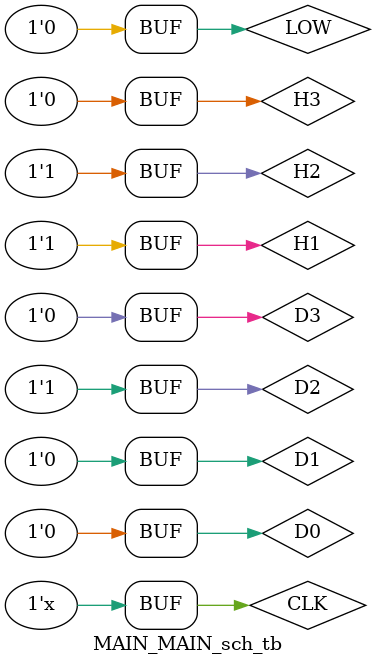
<source format=v>

`timescale 1ns / 1ps

module MAIN_MAIN_sch_tb();

// Inputs
   reg H3;
   reg H2;
   reg H1;
   reg LOW;
   reg D3;
   reg D2;
   reg D1;
   reg D0;
   reg CLK;

// Output
   wire A_OUT;
   wire AA_OUT;
   wire B_OUT;
   wire CC_OUT;
   wire C_OUT;
   wire BB_OUT;

// Bidirs

// Instantiate the UUT
   MAIN UUT (
		.H3(H3), 
		.H2(H2), 
		.H1(H1), 
		.A_OUT(A_OUT), 
		.AA_OUT(AA_OUT), 
		.B_OUT(B_OUT), 
		.CC_OUT(CC_OUT), 
		.C_OUT(C_OUT), 
		.BB_OUT(BB_OUT), 
		.LOW(LOW), 
		.D3(D3), 
		.D2(D2), 
		.D1(D1), 
		.D0(D0), 
		.CLK(CLK)
   );
// Initialize Inputs
    initial begin
		LOW = 0;
		H3 = 0;
		H2 = 0;
		H1 = 0;
		D3 = 0;
		D2 = 1;
		D1 = 0;
		D0 = 0;
		CLK = 1;
   end
	always begin
	#10;
	CLK=~CLK;
	end
	always begin
	H1=1;
	#2000;
	H1=0;
	#3000;
	H1=1;
	#1000;	
	end
	always begin
	H2=0;
	#3000;
	H2=1;
	#3000;
	end
	always begin
	H3=0;
	#1000;
	H3=1;
	#3000;
	H3=0;
	#2000;
	end
endmodule

</source>
